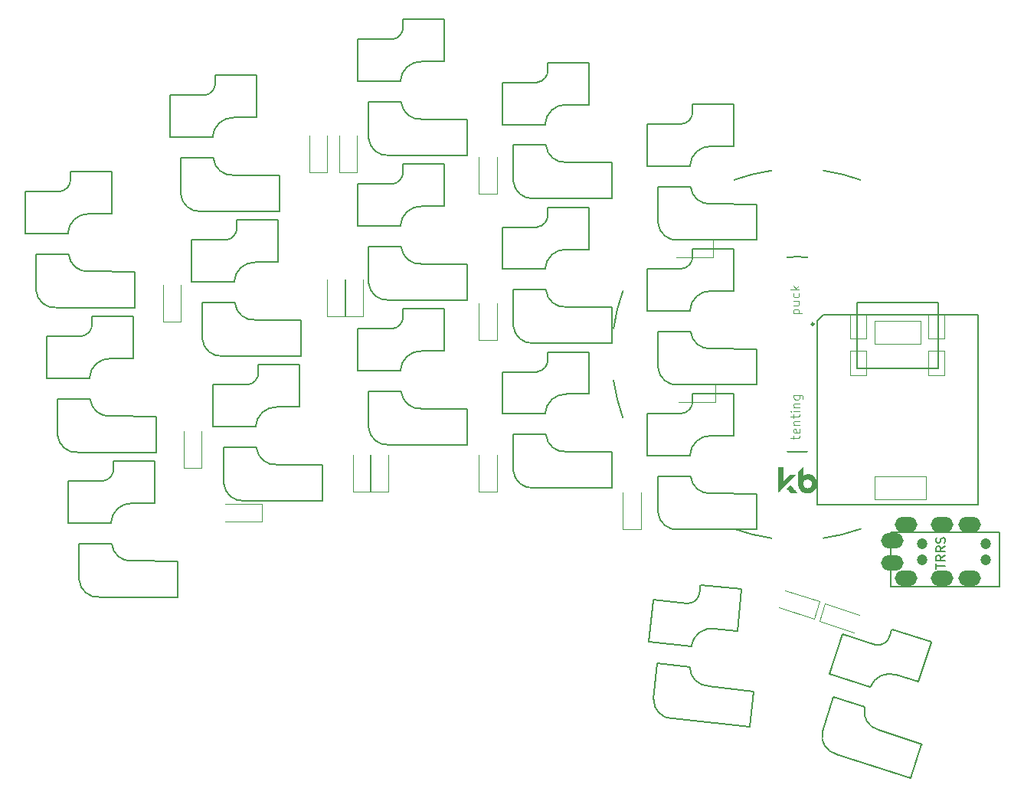
<source format=gto>
%TF.GenerationSoftware,KiCad,Pcbnew,(6.0.7)*%
%TF.CreationDate,2022-09-23T16:11:02+09:00*%
%TF.ProjectId,selen-full_narrow,73656c65-6e2d-4667-956c-6c5f6e617272,rev?*%
%TF.SameCoordinates,Original*%
%TF.FileFunction,Legend,Top*%
%TF.FilePolarity,Positive*%
%FSLAX46Y46*%
G04 Gerber Fmt 4.6, Leading zero omitted, Abs format (unit mm)*
G04 Created by KiCad (PCBNEW (6.0.7)) date 2022-09-23 16:11:02*
%MOMM*%
%LPD*%
G01*
G04 APERTURE LIST*
%ADD10C,0.100000*%
%ADD11C,0.150000*%
%ADD12C,0.120000*%
%ADD13C,0.200000*%
%ADD14C,0.010000*%
%ADD15C,0.066040*%
%ADD16C,0.127000*%
%ADD17C,0.254000*%
%ADD18C,1.200000*%
%ADD19O,2.500000X1.700000*%
G04 APERTURE END LIST*
D10*
%TO.C,REF\u002A\u002A*%
X189245214Y-108558000D02*
X189245214Y-108177047D01*
X188911880Y-108415142D02*
X189769023Y-108415142D01*
X189864261Y-108367523D01*
X189911880Y-108272285D01*
X189911880Y-108177047D01*
X189864261Y-107462761D02*
X189911880Y-107558000D01*
X189911880Y-107748476D01*
X189864261Y-107843714D01*
X189769023Y-107891333D01*
X189388071Y-107891333D01*
X189292833Y-107843714D01*
X189245214Y-107748476D01*
X189245214Y-107558000D01*
X189292833Y-107462761D01*
X189388071Y-107415142D01*
X189483309Y-107415142D01*
X189578547Y-107891333D01*
X189245214Y-106986571D02*
X189911880Y-106986571D01*
X189340452Y-106986571D02*
X189292833Y-106938952D01*
X189245214Y-106843714D01*
X189245214Y-106700857D01*
X189292833Y-106605619D01*
X189388071Y-106558000D01*
X189911880Y-106558000D01*
X189245214Y-106224666D02*
X189245214Y-105843714D01*
X188911880Y-106081809D02*
X189769023Y-106081809D01*
X189864261Y-106034190D01*
X189911880Y-105938952D01*
X189911880Y-105843714D01*
X189911880Y-105510380D02*
X189245214Y-105510380D01*
X188911880Y-105510380D02*
X188959500Y-105558000D01*
X189007119Y-105510380D01*
X188959500Y-105462761D01*
X188911880Y-105510380D01*
X189007119Y-105510380D01*
X189245214Y-105034190D02*
X189911880Y-105034190D01*
X189340452Y-105034190D02*
X189292833Y-104986571D01*
X189245214Y-104891333D01*
X189245214Y-104748476D01*
X189292833Y-104653238D01*
X189388071Y-104605619D01*
X189911880Y-104605619D01*
X189245214Y-103700857D02*
X190054738Y-103700857D01*
X190149976Y-103748476D01*
X190197595Y-103796095D01*
X190245214Y-103891333D01*
X190245214Y-104034190D01*
X190197595Y-104129428D01*
X189864261Y-103700857D02*
X189911880Y-103796095D01*
X189911880Y-103986571D01*
X189864261Y-104081809D01*
X189816642Y-104129428D01*
X189721404Y-104177047D01*
X189435690Y-104177047D01*
X189340452Y-104129428D01*
X189292833Y-104081809D01*
X189245214Y-103986571D01*
X189245214Y-103796095D01*
X189292833Y-103700857D01*
X189181714Y-94667500D02*
X190181714Y-94667500D01*
X189229333Y-94667500D02*
X189181714Y-94572261D01*
X189181714Y-94381785D01*
X189229333Y-94286547D01*
X189276952Y-94238928D01*
X189372190Y-94191309D01*
X189657904Y-94191309D01*
X189753142Y-94238928D01*
X189800761Y-94286547D01*
X189848380Y-94381785D01*
X189848380Y-94572261D01*
X189800761Y-94667500D01*
X189181714Y-93334166D02*
X189848380Y-93334166D01*
X189181714Y-93762738D02*
X189705523Y-93762738D01*
X189800761Y-93715119D01*
X189848380Y-93619880D01*
X189848380Y-93477023D01*
X189800761Y-93381785D01*
X189753142Y-93334166D01*
X189800761Y-92429404D02*
X189848380Y-92524642D01*
X189848380Y-92715119D01*
X189800761Y-92810357D01*
X189753142Y-92857976D01*
X189657904Y-92905595D01*
X189372190Y-92905595D01*
X189276952Y-92857976D01*
X189229333Y-92810357D01*
X189181714Y-92715119D01*
X189181714Y-92524642D01*
X189229333Y-92429404D01*
X189848380Y-92000833D02*
X188848380Y-92000833D01*
X189467428Y-91905595D02*
X189848380Y-91619880D01*
X189181714Y-91619880D02*
X189562666Y-92000833D01*
D11*
%TO.C,J1*%
X204986380Y-122886904D02*
X204986380Y-122315476D01*
X205986380Y-122601190D02*
X204986380Y-122601190D01*
X205986380Y-121410714D02*
X205510190Y-121744047D01*
X205986380Y-121982142D02*
X204986380Y-121982142D01*
X204986380Y-121601190D01*
X205034000Y-121505952D01*
X205081619Y-121458333D01*
X205176857Y-121410714D01*
X205319714Y-121410714D01*
X205414952Y-121458333D01*
X205462571Y-121505952D01*
X205510190Y-121601190D01*
X205510190Y-121982142D01*
X205986380Y-120410714D02*
X205510190Y-120744047D01*
X205986380Y-120982142D02*
X204986380Y-120982142D01*
X204986380Y-120601190D01*
X205034000Y-120505952D01*
X205081619Y-120458333D01*
X205176857Y-120410714D01*
X205319714Y-120410714D01*
X205414952Y-120458333D01*
X205462571Y-120505952D01*
X205510190Y-120601190D01*
X205510190Y-120982142D01*
X205938761Y-120029761D02*
X205986380Y-119886904D01*
X205986380Y-119648809D01*
X205938761Y-119553571D01*
X205891142Y-119505952D01*
X205795904Y-119458333D01*
X205700666Y-119458333D01*
X205605428Y-119505952D01*
X205557809Y-119553571D01*
X205510190Y-119648809D01*
X205462571Y-119839285D01*
X205414952Y-119934523D01*
X205367333Y-119982142D01*
X205272095Y-120029761D01*
X205176857Y-120029761D01*
X205081619Y-119982142D01*
X205034000Y-119934523D01*
X204986380Y-119839285D01*
X204986380Y-119601190D01*
X205034000Y-119458333D01*
D12*
%TO.C,D9*%
X156448000Y-97600000D02*
X156448000Y-93550000D01*
X154448000Y-97600000D02*
X154448000Y-93550000D01*
X154448000Y-97600000D02*
X156448000Y-97600000D01*
%TO.C,D4*%
X154448000Y-81422000D02*
X154448000Y-77372000D01*
X154448000Y-81422000D02*
X156448000Y-81422000D01*
X156448000Y-81422000D02*
X156448000Y-77372000D01*
%TO.C,D12*%
X140500000Y-114350000D02*
X142500000Y-114350000D01*
X140500000Y-114350000D02*
X140500000Y-110300000D01*
X142500000Y-114350000D02*
X142500000Y-110300000D01*
%TO.C,D17*%
X192680132Y-126766523D02*
X192062098Y-128668636D01*
X192680132Y-126766523D02*
X196531911Y-128018041D01*
X192062098Y-128668636D02*
X195913877Y-129920154D01*
D11*
%TO.C,SW1*%
X113853000Y-78996500D02*
X109303000Y-78996500D01*
X108078000Y-81196500D02*
X104303000Y-81196500D01*
X105478000Y-88117500D02*
X109088000Y-88117500D01*
X109298000Y-79721500D02*
X109298000Y-79021500D01*
X116378000Y-90071500D02*
X111328000Y-90025500D01*
X116378000Y-90117500D02*
X116378000Y-94025500D01*
X105478000Y-92071500D02*
X105478000Y-88126500D01*
X104303000Y-85821500D02*
X104278000Y-81221500D01*
X109003000Y-85846500D02*
X104303000Y-85846500D01*
X116378000Y-94025500D02*
X107753000Y-94025500D01*
X113853000Y-83646500D02*
X111303000Y-83646500D01*
X113878000Y-83621500D02*
X113878000Y-79021500D01*
X108078000Y-81191500D02*
G75*
G03*
X109298000Y-79771500I-100000J1320000D01*
G01*
X111378000Y-83651500D02*
G75*
G03*
X109008000Y-85821500I-100000J-2270000D01*
G01*
X105489000Y-92141500D02*
G75*
G03*
X107753000Y-94025500I2074000J190000D01*
G01*
X109093000Y-88141500D02*
G75*
G03*
X111353000Y-90021500I2070000J190000D01*
G01*
%TO.C,SW13*%
X142241000Y-107243750D02*
X142241000Y-103298750D01*
X142241000Y-103289750D02*
X145851000Y-103289750D01*
X150616000Y-94168750D02*
X146066000Y-94168750D01*
X150641000Y-98793750D02*
X150641000Y-94193750D01*
X153141000Y-105289750D02*
X153141000Y-109197750D01*
X144841000Y-96368750D02*
X141066000Y-96368750D01*
X153141000Y-105243750D02*
X148091000Y-105197750D01*
X150616000Y-98818750D02*
X148066000Y-98818750D01*
X153141000Y-109197750D02*
X144516000Y-109197750D01*
X145766000Y-101018750D02*
X141066000Y-101018750D01*
X146061000Y-94893750D02*
X146061000Y-94193750D01*
X141066000Y-100993750D02*
X141041000Y-96393750D01*
X145856000Y-103313750D02*
G75*
G03*
X148116000Y-105193750I2070000J190000D01*
G01*
X148141000Y-98823750D02*
G75*
G03*
X145771000Y-100993750I-100000J-2270000D01*
G01*
X142252000Y-107313750D02*
G75*
G03*
X144516000Y-109197750I2074000J190000D01*
G01*
X144841000Y-96363750D02*
G75*
G03*
X146061000Y-94943750I-100000J1320000D01*
G01*
D12*
%TO.C,D15*%
X170350000Y-118500000D02*
X170350000Y-114450000D01*
X170350000Y-118500000D02*
X172350000Y-118500000D01*
X172350000Y-118500000D02*
X172350000Y-114450000D01*
%TO.C,D8*%
X139600000Y-94950000D02*
X139600000Y-90900000D01*
X141600000Y-94950000D02*
X141600000Y-90900000D01*
X139600000Y-94950000D02*
X141600000Y-94950000D01*
D11*
%TO.C,SW7*%
X127679750Y-85085000D02*
X127679750Y-84385000D01*
X134759750Y-95435000D02*
X129709750Y-95389000D01*
X127384750Y-91210000D02*
X122684750Y-91210000D01*
X134759750Y-99389000D02*
X126134750Y-99389000D01*
X123859750Y-93481000D02*
X127469750Y-93481000D01*
X134759750Y-95481000D02*
X134759750Y-99389000D01*
X123859750Y-97435000D02*
X123859750Y-93490000D01*
X132234750Y-89010000D02*
X129684750Y-89010000D01*
X132234750Y-84360000D02*
X127684750Y-84360000D01*
X122684750Y-91185000D02*
X122659750Y-86585000D01*
X132259750Y-88985000D02*
X132259750Y-84385000D01*
X126459750Y-86560000D02*
X122684750Y-86560000D01*
X123870750Y-97505000D02*
G75*
G03*
X126134750Y-99389000I2074000J190000D01*
G01*
X129759750Y-89015000D02*
G75*
G03*
X127389750Y-91185000I-100000J-2270000D01*
G01*
X126459750Y-86555000D02*
G75*
G03*
X127679750Y-85135000I-100000J1320000D01*
G01*
X127474750Y-93505000D02*
G75*
G03*
X129734750Y-95385000I2070000J190000D01*
G01*
D12*
%TO.C,D11*%
X130450000Y-117700000D02*
X130450000Y-115700000D01*
X130450000Y-115700000D02*
X126400000Y-115700000D01*
X130450000Y-117700000D02*
X126400000Y-117700000D01*
D11*
%TO.C,SW6*%
X111384750Y-101846500D02*
X106684750Y-101846500D01*
X118759750Y-110025500D02*
X110134750Y-110025500D01*
X116259750Y-99621500D02*
X116259750Y-95021500D01*
X107859750Y-108071500D02*
X107859750Y-104126500D01*
X110459750Y-97196500D02*
X106684750Y-97196500D01*
X116234750Y-94996500D02*
X111684750Y-94996500D01*
X106684750Y-101821500D02*
X106659750Y-97221500D01*
X107859750Y-104117500D02*
X111469750Y-104117500D01*
X111679750Y-95721500D02*
X111679750Y-95021500D01*
X118759750Y-106071500D02*
X113709750Y-106025500D01*
X118759750Y-106117500D02*
X118759750Y-110025500D01*
X116234750Y-99646500D02*
X113684750Y-99646500D01*
X107870750Y-108141500D02*
G75*
G03*
X110134750Y-110025500I2074000J190000D01*
G01*
X110459750Y-97191500D02*
G75*
G03*
X111679750Y-95771500I-100000J1320000D01*
G01*
X111474750Y-104141500D02*
G75*
G03*
X113734750Y-106021500I2070000J190000D01*
G01*
X113759750Y-99651500D02*
G75*
G03*
X111389750Y-101821500I-100000J-2270000D01*
G01*
%TO.C,SW11*%
X118616000Y-110996250D02*
X114066000Y-110996250D01*
X118641000Y-115621250D02*
X118641000Y-111021250D01*
X114061000Y-111721250D02*
X114061000Y-111021250D01*
X109066000Y-117821250D02*
X109041000Y-113221250D01*
X110241000Y-120117250D02*
X113851000Y-120117250D01*
X121141000Y-122071250D02*
X116091000Y-122025250D01*
X112841000Y-113196250D02*
X109066000Y-113196250D01*
X121141000Y-126025250D02*
X112516000Y-126025250D01*
X118616000Y-115646250D02*
X116066000Y-115646250D01*
X113766000Y-117846250D02*
X109066000Y-117846250D01*
X121141000Y-122117250D02*
X121141000Y-126025250D01*
X110241000Y-124071250D02*
X110241000Y-120126250D01*
X110252000Y-124141250D02*
G75*
G03*
X112516000Y-126025250I2074000J190000D01*
G01*
X116141000Y-115651250D02*
G75*
G03*
X113771000Y-117821250I-100000J-2270000D01*
G01*
X112841000Y-113191250D02*
G75*
G03*
X114061000Y-111771250I-100000J1320000D01*
G01*
X113856000Y-120141250D02*
G75*
G03*
X116116000Y-122021250I2070000J190000D01*
G01*
%TO.C,SW8*%
X144841000Y-80368750D02*
X141066000Y-80368750D01*
X146061000Y-78893750D02*
X146061000Y-78193750D01*
X150616000Y-78168750D02*
X146066000Y-78168750D01*
X145766000Y-85018750D02*
X141066000Y-85018750D01*
X153141000Y-93197750D02*
X144516000Y-93197750D01*
X150616000Y-82818750D02*
X148066000Y-82818750D01*
X141066000Y-84993750D02*
X141041000Y-80393750D01*
X142241000Y-87289750D02*
X145851000Y-87289750D01*
X150641000Y-82793750D02*
X150641000Y-78193750D01*
X153141000Y-89243750D02*
X148091000Y-89197750D01*
X142241000Y-91243750D02*
X142241000Y-87298750D01*
X153141000Y-89289750D02*
X153141000Y-93197750D01*
X142252000Y-91313750D02*
G75*
G03*
X144516000Y-93197750I2074000J190000D01*
G01*
X145856000Y-87313750D02*
G75*
G03*
X148116000Y-89193750I2070000J190000D01*
G01*
X148141000Y-82823750D02*
G75*
G03*
X145771000Y-84993750I-100000J-2270000D01*
G01*
X144841000Y-80363750D02*
G75*
G03*
X146061000Y-78943750I-100000J1320000D01*
G01*
%TO.C,SW10*%
X182640000Y-92159750D02*
X182640000Y-87559750D01*
X174240000Y-96655750D02*
X177850000Y-96655750D01*
X177765000Y-94384750D02*
X173065000Y-94384750D01*
X176840000Y-89734750D02*
X173065000Y-89734750D01*
X185140000Y-102563750D02*
X176515000Y-102563750D01*
X174240000Y-100609750D02*
X174240000Y-96664750D01*
X185140000Y-98609750D02*
X180090000Y-98563750D01*
X182615000Y-87534750D02*
X178065000Y-87534750D01*
X178060000Y-88259750D02*
X178060000Y-87559750D01*
X173065000Y-94359750D02*
X173040000Y-89759750D01*
X185140000Y-98655750D02*
X185140000Y-102563750D01*
X182615000Y-92184750D02*
X180065000Y-92184750D01*
X176840000Y-89729750D02*
G75*
G03*
X178060000Y-88309750I-100000J1320000D01*
G01*
X180140000Y-92189750D02*
G75*
G03*
X177770000Y-94359750I-100000J-2270000D01*
G01*
X177855000Y-96679750D02*
G75*
G03*
X180115000Y-98559750I2070000J190000D01*
G01*
X174251000Y-100679750D02*
G75*
G03*
X176515000Y-102563750I2074000J190000D01*
G01*
%TO.C,SW15*%
X176840000Y-105735000D02*
X173065000Y-105735000D01*
X182615000Y-103535000D02*
X178065000Y-103535000D01*
X185140000Y-114610000D02*
X180090000Y-114564000D01*
X177765000Y-110385000D02*
X173065000Y-110385000D01*
X185140000Y-114656000D02*
X185140000Y-118564000D01*
X174240000Y-116610000D02*
X174240000Y-112665000D01*
X185140000Y-118564000D02*
X176515000Y-118564000D01*
X174240000Y-112656000D02*
X177850000Y-112656000D01*
X173065000Y-110360000D02*
X173040000Y-105760000D01*
X182615000Y-108185000D02*
X180065000Y-108185000D01*
X182640000Y-108160000D02*
X182640000Y-103560000D01*
X178060000Y-104260000D02*
X178060000Y-103560000D01*
X177855000Y-112680000D02*
G75*
G03*
X180115000Y-114560000I2070000J190000D01*
G01*
X176840000Y-105730000D02*
G75*
G03*
X178060000Y-104310000I-100000J1320000D01*
G01*
X180140000Y-108190000D02*
G75*
G03*
X177770000Y-110360000I-100000J-2270000D01*
G01*
X174251000Y-116680000D02*
G75*
G03*
X176515000Y-118564000I2074000J190000D01*
G01*
%TO.C,SW3*%
X150641000Y-66793750D02*
X150641000Y-62193750D01*
X153141000Y-77197750D02*
X144516000Y-77197750D01*
X142241000Y-71289750D02*
X145851000Y-71289750D01*
X141066000Y-68993750D02*
X141041000Y-64393750D01*
X153141000Y-73289750D02*
X153141000Y-77197750D01*
X150616000Y-66818750D02*
X148066000Y-66818750D01*
X145766000Y-69018750D02*
X141066000Y-69018750D01*
X144841000Y-64368750D02*
X141066000Y-64368750D01*
X142241000Y-75243750D02*
X142241000Y-71298750D01*
X153141000Y-73243750D02*
X148091000Y-73197750D01*
X150616000Y-62168750D02*
X146066000Y-62168750D01*
X146061000Y-62893750D02*
X146061000Y-62193750D01*
X142252000Y-75313750D02*
G75*
G03*
X144516000Y-77197750I2074000J190000D01*
G01*
X148141000Y-66823750D02*
G75*
G03*
X145771000Y-68993750I-100000J-2270000D01*
G01*
X145856000Y-71313750D02*
G75*
G03*
X148116000Y-73193750I2070000J190000D01*
G01*
X144841000Y-64363750D02*
G75*
G03*
X146061000Y-62943750I-100000J1320000D01*
G01*
%TO.C,SW16*%
X173766453Y-137282390D02*
X174178818Y-133359001D01*
X174179759Y-133350050D02*
X177769983Y-133727398D01*
X178856454Y-125399343D02*
X178929623Y-124703178D01*
X184402493Y-140365046D02*
X175824742Y-139463488D01*
X184815799Y-136432706D02*
X179798272Y-135859089D01*
X177922833Y-131459954D02*
X173248580Y-130968670D01*
X182976227Y-129778968D02*
X180440196Y-129512421D01*
X173251193Y-130943807D02*
X173707161Y-126366393D01*
X177488957Y-126738738D02*
X173734637Y-126344143D01*
X184810991Y-136478454D02*
X184402493Y-140365046D01*
X183462284Y-125154442D02*
X178937209Y-124678837D01*
X183003703Y-129756719D02*
X183484534Y-125181918D01*
X173770076Y-137353156D02*
G75*
G03*
X175824742Y-139463488I2082499J-27833D01*
G01*
X177772448Y-133751789D02*
G75*
G03*
X179823553Y-135857724I2078520J-27415D01*
G01*
X180514262Y-129525234D02*
G75*
G03*
X177930419Y-131435613I-336732J-2247111D01*
G01*
X177489480Y-126733766D02*
G75*
G03*
X178851227Y-125449069I38525J1323222D01*
G01*
D12*
%TO.C,D3*%
X141000000Y-79050000D02*
X141000000Y-75000000D01*
X139000000Y-79050000D02*
X141000000Y-79050000D01*
X139000000Y-79050000D02*
X139000000Y-75000000D01*
%TO.C,D5*%
X180350000Y-88500000D02*
X176300000Y-88500000D01*
X180350000Y-86500000D02*
X176300000Y-86500000D01*
X180350000Y-88500000D02*
X180350000Y-86500000D01*
%TO.C,D1*%
X119500000Y-95550000D02*
X121500000Y-95550000D01*
X121500000Y-95550000D02*
X121500000Y-91500000D01*
X119500000Y-95550000D02*
X119500000Y-91500000D01*
D11*
%TO.C,SW2*%
X121478500Y-77481000D02*
X125088500Y-77481000D01*
X121478500Y-81435000D02*
X121478500Y-77490000D01*
X132378500Y-79435000D02*
X127328500Y-79389000D01*
X129878500Y-72985000D02*
X129878500Y-68385000D01*
X129853500Y-68360000D02*
X125303500Y-68360000D01*
X125003500Y-75210000D02*
X120303500Y-75210000D01*
X132378500Y-83389000D02*
X123753500Y-83389000D01*
X125298500Y-69085000D02*
X125298500Y-68385000D01*
X132378500Y-79481000D02*
X132378500Y-83389000D01*
X124078500Y-70560000D02*
X120303500Y-70560000D01*
X129853500Y-73010000D02*
X127303500Y-73010000D01*
X120303500Y-75185000D02*
X120278500Y-70585000D01*
X124078500Y-70555000D02*
G75*
G03*
X125298500Y-69135000I-100000J1320000D01*
G01*
X127378500Y-73015000D02*
G75*
G03*
X125008500Y-75185000I-100000J-2270000D01*
G01*
X121489500Y-81505000D02*
G75*
G03*
X123753500Y-83389000I2074000J190000D01*
G01*
X125093500Y-77505000D02*
G75*
G03*
X127353500Y-79385000I2070000J190000D01*
G01*
D13*
%TO.C,REF\u002A\u002A*%
X189650000Y-88405000D02*
G75*
G03*
X188521615Y-88464136I-6J-10794921D01*
G01*
X192507500Y-119520000D02*
G75*
G03*
X196658047Y-118486134I-2857500J20320000D01*
G01*
X188521615Y-109935864D02*
G75*
G03*
X189650000Y-109995000I1128379J10735785D01*
G01*
X190778385Y-88464137D02*
G75*
G03*
X189650000Y-88405000I-1128385J-10735763D01*
G01*
X186792500Y-78880000D02*
G75*
G03*
X182641952Y-79913866I2857496J-20319983D01*
G01*
X170363866Y-92191952D02*
G75*
G03*
X169330000Y-96342500I19286117J-7008044D01*
G01*
X196658047Y-79913866D02*
G75*
G03*
X192507500Y-78880000I-7008047J-19286134D01*
G01*
X169330000Y-102057500D02*
G75*
G03*
X170363866Y-106208047I20319953J2857490D01*
G01*
X189650000Y-109995001D02*
G75*
G03*
X190778385Y-109935864I0J10794901D01*
G01*
X182641954Y-118486135D02*
G75*
G03*
X186792500Y-119520000I7008046J19286135D01*
G01*
G36*
X188023245Y-113281867D02*
G01*
X188826191Y-112479167D01*
X189114559Y-112482261D01*
X189402927Y-112485354D01*
X188555703Y-113345491D01*
X188437778Y-113465214D01*
X188322979Y-113581763D01*
X188212525Y-113693903D01*
X188107633Y-113800396D01*
X188009521Y-113900007D01*
X187919406Y-113991500D01*
X187838507Y-114073637D01*
X187768040Y-114145182D01*
X187709224Y-114204900D01*
X187663277Y-114251554D01*
X187631416Y-114283907D01*
X187617635Y-114297903D01*
X187526791Y-114390179D01*
X187526791Y-111648309D01*
X188023245Y-111648309D01*
X188023245Y-113281867D01*
G37*
D14*
X188023245Y-113281867D02*
X188826191Y-112479167D01*
X189114559Y-112482261D01*
X189402927Y-112485354D01*
X188555703Y-113345491D01*
X188437778Y-113465214D01*
X188322979Y-113581763D01*
X188212525Y-113693903D01*
X188107633Y-113800396D01*
X188009521Y-113900007D01*
X187919406Y-113991500D01*
X187838507Y-114073637D01*
X187768040Y-114145182D01*
X187709224Y-114204900D01*
X187663277Y-114251554D01*
X187631416Y-114283907D01*
X187617635Y-114297903D01*
X187526791Y-114390179D01*
X187526791Y-111648309D01*
X188023245Y-111648309D01*
X188023245Y-113281867D01*
G36*
X189723889Y-113384589D02*
G01*
X189722486Y-113277960D01*
X189721442Y-113155304D01*
X189720778Y-113018032D01*
X189720517Y-112867558D01*
X189720514Y-112855822D01*
X189720427Y-112164108D01*
X190228131Y-111654082D01*
X190228279Y-112147650D01*
X190228471Y-112251890D01*
X190228960Y-112348635D01*
X190229710Y-112435521D01*
X190230686Y-112510183D01*
X190231855Y-112570258D01*
X190233182Y-112613381D01*
X190234631Y-112637188D01*
X190235539Y-112641218D01*
X190247970Y-112634904D01*
X190272816Y-112618561D01*
X190296950Y-112601359D01*
X190411647Y-112530637D01*
X190533863Y-112481533D01*
X190664246Y-112453857D01*
X190803447Y-112447419D01*
X190821259Y-112448087D01*
X190910894Y-112454639D01*
X190987377Y-112466576D01*
X191059029Y-112486068D01*
X191134167Y-112515285D01*
X191204018Y-112547924D01*
X191331951Y-112623217D01*
X191444871Y-112715197D01*
X191541765Y-112822186D01*
X191621623Y-112942511D01*
X191683433Y-113074496D01*
X191726185Y-113216465D01*
X191748866Y-113366744D01*
X191752427Y-113456414D01*
X191742136Y-113608892D01*
X191710780Y-113753456D01*
X191657635Y-113892692D01*
X191600380Y-113999611D01*
X191514668Y-114119904D01*
X191413055Y-114224753D01*
X191297722Y-114313075D01*
X191170847Y-114383789D01*
X191034611Y-114435812D01*
X190891192Y-114468065D01*
X190742771Y-114479464D01*
X190642525Y-114474981D01*
X190497917Y-114450100D01*
X190357349Y-114403825D01*
X190224176Y-114337846D01*
X190101756Y-114253849D01*
X189993444Y-114153523D01*
X189985050Y-114144357D01*
X189903919Y-114040237D01*
X189834227Y-113922055D01*
X189779061Y-113796192D01*
X189741508Y-113669032D01*
X189732639Y-113622582D01*
X189730026Y-113594187D01*
X189727681Y-113544115D01*
X189726212Y-113493781D01*
X190222550Y-113493781D01*
X190233122Y-113591330D01*
X190263554Y-113685349D01*
X190292208Y-113739494D01*
X190359142Y-113827777D01*
X190438623Y-113898654D01*
X190528055Y-113951147D01*
X190624841Y-113984279D01*
X190726382Y-113997073D01*
X190830083Y-113988552D01*
X190902910Y-113969264D01*
X190945907Y-113953178D01*
X190986812Y-113935818D01*
X191002979Y-113928042D01*
X191048265Y-113897038D01*
X191097588Y-113850844D01*
X191145645Y-113795388D01*
X191187130Y-113736594D01*
X191208618Y-113698267D01*
X191228799Y-113654021D01*
X191241444Y-113615413D01*
X191248801Y-113573121D01*
X191253119Y-113517818D01*
X191253401Y-113512528D01*
X191250033Y-113405283D01*
X191227177Y-113307391D01*
X191183525Y-113213968D01*
X191165755Y-113185439D01*
X191101213Y-113107535D01*
X191022396Y-113045365D01*
X190932760Y-112999869D01*
X190835761Y-112971991D01*
X190734857Y-112962671D01*
X190633505Y-112972853D01*
X190535159Y-113003478D01*
X190521156Y-113009764D01*
X190433204Y-113062713D01*
X190359214Y-113130927D01*
X190300171Y-113211273D01*
X190257058Y-113300620D01*
X190230856Y-113395833D01*
X190222550Y-113493781D01*
X189726212Y-113493781D01*
X189725628Y-113473778D01*
X189723889Y-113384589D01*
G37*
X189723889Y-113384589D02*
X189722486Y-113277960D01*
X189721442Y-113155304D01*
X189720778Y-113018032D01*
X189720517Y-112867558D01*
X189720514Y-112855822D01*
X189720427Y-112164108D01*
X190228131Y-111654082D01*
X190228279Y-112147650D01*
X190228471Y-112251890D01*
X190228960Y-112348635D01*
X190229710Y-112435521D01*
X190230686Y-112510183D01*
X190231855Y-112570258D01*
X190233182Y-112613381D01*
X190234631Y-112637188D01*
X190235539Y-112641218D01*
X190247970Y-112634904D01*
X190272816Y-112618561D01*
X190296950Y-112601359D01*
X190411647Y-112530637D01*
X190533863Y-112481533D01*
X190664246Y-112453857D01*
X190803447Y-112447419D01*
X190821259Y-112448087D01*
X190910894Y-112454639D01*
X190987377Y-112466576D01*
X191059029Y-112486068D01*
X191134167Y-112515285D01*
X191204018Y-112547924D01*
X191331951Y-112623217D01*
X191444871Y-112715197D01*
X191541765Y-112822186D01*
X191621623Y-112942511D01*
X191683433Y-113074496D01*
X191726185Y-113216465D01*
X191748866Y-113366744D01*
X191752427Y-113456414D01*
X191742136Y-113608892D01*
X191710780Y-113753456D01*
X191657635Y-113892692D01*
X191600380Y-113999611D01*
X191514668Y-114119904D01*
X191413055Y-114224753D01*
X191297722Y-114313075D01*
X191170847Y-114383789D01*
X191034611Y-114435812D01*
X190891192Y-114468065D01*
X190742771Y-114479464D01*
X190642525Y-114474981D01*
X190497917Y-114450100D01*
X190357349Y-114403825D01*
X190224176Y-114337846D01*
X190101756Y-114253849D01*
X189993444Y-114153523D01*
X189985050Y-114144357D01*
X189903919Y-114040237D01*
X189834227Y-113922055D01*
X189779061Y-113796192D01*
X189741508Y-113669032D01*
X189732639Y-113622582D01*
X189730026Y-113594187D01*
X189727681Y-113544115D01*
X189726212Y-113493781D01*
X190222550Y-113493781D01*
X190233122Y-113591330D01*
X190263554Y-113685349D01*
X190292208Y-113739494D01*
X190359142Y-113827777D01*
X190438623Y-113898654D01*
X190528055Y-113951147D01*
X190624841Y-113984279D01*
X190726382Y-113997073D01*
X190830083Y-113988552D01*
X190902910Y-113969264D01*
X190945907Y-113953178D01*
X190986812Y-113935818D01*
X191002979Y-113928042D01*
X191048265Y-113897038D01*
X191097588Y-113850844D01*
X191145645Y-113795388D01*
X191187130Y-113736594D01*
X191208618Y-113698267D01*
X191228799Y-113654021D01*
X191241444Y-113615413D01*
X191248801Y-113573121D01*
X191253119Y-113517818D01*
X191253401Y-113512528D01*
X191250033Y-113405283D01*
X191227177Y-113307391D01*
X191183525Y-113213968D01*
X191165755Y-113185439D01*
X191101213Y-113107535D01*
X191022396Y-113045365D01*
X190932760Y-112999869D01*
X190835761Y-112971991D01*
X190734857Y-112962671D01*
X190633505Y-112972853D01*
X190535159Y-113003478D01*
X190521156Y-113009764D01*
X190433204Y-113062713D01*
X190359214Y-113130927D01*
X190300171Y-113211273D01*
X190257058Y-113300620D01*
X190230856Y-113395833D01*
X190222550Y-113493781D01*
X189726212Y-113493781D01*
X189725628Y-113473778D01*
X189723889Y-113384589D01*
G36*
X188830025Y-113688398D02*
G01*
X188852728Y-113711261D01*
X188887207Y-113746792D01*
X188931476Y-113792884D01*
X188983543Y-113847430D01*
X189041422Y-113908324D01*
X189103121Y-113973459D01*
X189166654Y-114040729D01*
X189230029Y-114108027D01*
X189291259Y-114173246D01*
X189348355Y-114234281D01*
X189399327Y-114289024D01*
X189442187Y-114335369D01*
X189474945Y-114371209D01*
X189495613Y-114394438D01*
X189497906Y-114397129D01*
X189526207Y-114430764D01*
X188906193Y-114430764D01*
X188732843Y-114254695D01*
X188679101Y-114199952D01*
X188628818Y-114148439D01*
X188585002Y-114103259D01*
X188550656Y-114067513D01*
X188528788Y-114044304D01*
X188525611Y-114040812D01*
X188491729Y-114002997D01*
X188652764Y-113841653D01*
X188702477Y-113792198D01*
X188746701Y-113748873D01*
X188782848Y-113714160D01*
X188808330Y-113690540D01*
X188820559Y-113680492D01*
X188821090Y-113680309D01*
X188830025Y-113688398D01*
G37*
X188830025Y-113688398D02*
X188852728Y-113711261D01*
X188887207Y-113746792D01*
X188931476Y-113792884D01*
X188983543Y-113847430D01*
X189041422Y-113908324D01*
X189103121Y-113973459D01*
X189166654Y-114040729D01*
X189230029Y-114108027D01*
X189291259Y-114173246D01*
X189348355Y-114234281D01*
X189399327Y-114289024D01*
X189442187Y-114335369D01*
X189474945Y-114371209D01*
X189495613Y-114394438D01*
X189497906Y-114397129D01*
X189526207Y-114430764D01*
X188906193Y-114430764D01*
X188732843Y-114254695D01*
X188679101Y-114199952D01*
X188628818Y-114148439D01*
X188585002Y-114103259D01*
X188550656Y-114067513D01*
X188528788Y-114044304D01*
X188525611Y-114040812D01*
X188491729Y-114002997D01*
X188652764Y-113841653D01*
X188702477Y-113792198D01*
X188746701Y-113748873D01*
X188782848Y-113714160D01*
X188808330Y-113690540D01*
X188820559Y-113680492D01*
X188821090Y-113680309D01*
X188830025Y-113688398D01*
D11*
%TO.C,SW9*%
X166640500Y-87556250D02*
X166640500Y-82956250D01*
X162060500Y-83656250D02*
X162060500Y-82956250D01*
X160840500Y-85131250D02*
X157065500Y-85131250D01*
X161765500Y-89781250D02*
X157065500Y-89781250D01*
X169140500Y-94052250D02*
X169140500Y-97960250D01*
X166615500Y-87581250D02*
X164065500Y-87581250D01*
X169140500Y-97960250D02*
X160515500Y-97960250D01*
X169140500Y-94006250D02*
X164090500Y-93960250D01*
X157065500Y-89756250D02*
X157040500Y-85156250D01*
X166615500Y-82931250D02*
X162065500Y-82931250D01*
X158240500Y-96006250D02*
X158240500Y-92061250D01*
X158240500Y-92052250D02*
X161850500Y-92052250D01*
X164140500Y-87586250D02*
G75*
G03*
X161770500Y-89756250I-100000J-2270000D01*
G01*
X161855500Y-92076250D02*
G75*
G03*
X164115500Y-93956250I2070000J190000D01*
G01*
X158251500Y-96076250D02*
G75*
G03*
X160515500Y-97960250I2074000J190000D01*
G01*
X160840500Y-85126250D02*
G75*
G03*
X162060500Y-83706250I-100000J1320000D01*
G01*
%TO.C,SW5*%
X177765000Y-78384750D02*
X173065000Y-78384750D01*
X178060000Y-72259750D02*
X178060000Y-71559750D01*
X185140000Y-86563750D02*
X176515000Y-86563750D01*
X174240000Y-84609750D02*
X174240000Y-80664750D01*
X185140000Y-82609750D02*
X180090000Y-82563750D01*
X182615000Y-76184750D02*
X180065000Y-76184750D01*
X173065000Y-78359750D02*
X173040000Y-73759750D01*
X182615000Y-71534750D02*
X178065000Y-71534750D01*
X176840000Y-73734750D02*
X173065000Y-73734750D01*
X174240000Y-80655750D02*
X177850000Y-80655750D01*
X185140000Y-82655750D02*
X185140000Y-86563750D01*
X182640000Y-76159750D02*
X182640000Y-71559750D01*
X177855000Y-80679750D02*
G75*
G03*
X180115000Y-82559750I2070000J190000D01*
G01*
X174251000Y-84679750D02*
G75*
G03*
X176515000Y-86563750I2074000J190000D01*
G01*
X180140000Y-76189750D02*
G75*
G03*
X177770000Y-78359750I-100000J-2270000D01*
G01*
X176840000Y-73729750D02*
G75*
G03*
X178060000Y-72309750I-100000J1320000D01*
G01*
D12*
%TO.C,D16*%
X191493966Y-128427246D02*
X187642187Y-127175728D01*
X191493966Y-128427246D02*
X192112000Y-126525133D01*
X192112000Y-126525133D02*
X188260221Y-125273615D01*
%TO.C,D13*%
X142400000Y-114350000D02*
X142400000Y-110300000D01*
X142400000Y-114350000D02*
X144400000Y-114350000D01*
X144400000Y-114350000D02*
X144400000Y-110300000D01*
%TO.C,D10*%
X180600000Y-104500000D02*
X180600000Y-102500000D01*
X180600000Y-104500000D02*
X176550000Y-104500000D01*
X180600000Y-102500000D02*
X176550000Y-102500000D01*
D11*
%TO.C,SW17*%
X203024794Y-135399436D02*
X204446272Y-131024576D01*
X203409276Y-142306293D02*
X198620655Y-140702008D01*
X193646579Y-137079643D02*
X197079893Y-138195194D01*
X198258033Y-131300825D02*
X194667794Y-130134286D01*
X193238591Y-134532922D02*
X194636292Y-130150337D01*
X203395061Y-142350041D02*
X202187423Y-146066770D01*
X199874122Y-130275017D02*
X200090433Y-129609278D01*
X204430221Y-130993074D02*
X200102914Y-129587046D01*
X192424726Y-140840120D02*
X193643798Y-137088202D01*
X202993292Y-135415487D02*
X200568098Y-134627493D01*
X202187423Y-146066770D02*
X193984560Y-143401499D01*
X197700831Y-136009079D02*
X193230865Y-134556699D01*
X192413556Y-140910094D02*
G75*
G03*
X193984560Y-143401499I2031205J-460200D01*
G01*
X198259578Y-131296070D02*
G75*
G03*
X199858671Y-130322570I312796J1286297D01*
G01*
X200637882Y-134655425D02*
G75*
G03*
X197713312Y-135986847I-796574J-2127996D01*
G01*
X197077232Y-138219565D02*
G75*
G03*
X198645668Y-140705929I2027400J-458964D01*
G01*
%TO.C,SW12*%
X134616000Y-100360000D02*
X130066000Y-100360000D01*
X134641000Y-104985000D02*
X134641000Y-100385000D01*
X129766000Y-107210000D02*
X125066000Y-107210000D01*
X126241000Y-109481000D02*
X129851000Y-109481000D01*
X125066000Y-107185000D02*
X125041000Y-102585000D01*
X137141000Y-111435000D02*
X132091000Y-111389000D01*
X128841000Y-102560000D02*
X125066000Y-102560000D01*
X137141000Y-111481000D02*
X137141000Y-115389000D01*
X126241000Y-113435000D02*
X126241000Y-109490000D01*
X130061000Y-101085000D02*
X130061000Y-100385000D01*
X137141000Y-115389000D02*
X128516000Y-115389000D01*
X134616000Y-105010000D02*
X132066000Y-105010000D01*
X128841000Y-102555000D02*
G75*
G03*
X130061000Y-101135000I-100000J1320000D01*
G01*
X132141000Y-105015000D02*
G75*
G03*
X129771000Y-107185000I-100000J-2270000D01*
G01*
X129856000Y-109505000D02*
G75*
G03*
X132116000Y-111385000I2070000J190000D01*
G01*
X126252000Y-113505000D02*
G75*
G03*
X128516000Y-115389000I2074000J190000D01*
G01*
D12*
%TO.C,D14*%
X156448000Y-114350000D02*
X156448000Y-110300000D01*
X154448000Y-114350000D02*
X156448000Y-114350000D01*
X154448000Y-114350000D02*
X154448000Y-110300000D01*
D11*
%TO.C,J1*%
X199984000Y-118875000D02*
X211984000Y-118875000D01*
X199984000Y-124875000D02*
X199984000Y-118875000D01*
X211984000Y-118875000D02*
X211984000Y-124875000D01*
X211984000Y-124875000D02*
X199984000Y-124875000D01*
D12*
%TO.C,D2*%
X137700000Y-79050000D02*
X137700000Y-75000000D01*
X135700000Y-79050000D02*
X135700000Y-75000000D01*
X135700000Y-79050000D02*
X137700000Y-79050000D01*
D11*
%TO.C,SW14*%
X158240500Y-112006250D02*
X158240500Y-108061250D01*
X166615500Y-98931250D02*
X162065500Y-98931250D01*
X160840500Y-101131250D02*
X157065500Y-101131250D01*
X166640500Y-103556250D02*
X166640500Y-98956250D01*
X166615500Y-103581250D02*
X164065500Y-103581250D01*
X158240500Y-108052250D02*
X161850500Y-108052250D01*
X169140500Y-113960250D02*
X160515500Y-113960250D01*
X162060500Y-99656250D02*
X162060500Y-98956250D01*
X157065500Y-105756250D02*
X157040500Y-101156250D01*
X169140500Y-110006250D02*
X164090500Y-109960250D01*
X161765500Y-105781250D02*
X157065500Y-105781250D01*
X169140500Y-110052250D02*
X169140500Y-113960250D01*
X161855500Y-108076250D02*
G75*
G03*
X164115500Y-109956250I2070000J190000D01*
G01*
X164140500Y-103586250D02*
G75*
G03*
X161770500Y-105756250I-100000J-2270000D01*
G01*
X160840500Y-101126250D02*
G75*
G03*
X162060500Y-99706250I-100000J1320000D01*
G01*
X158251500Y-112076250D02*
G75*
G03*
X160515500Y-113960250I2074000J190000D01*
G01*
D12*
%TO.C,D7*%
X137700000Y-94950000D02*
X137700000Y-90900000D01*
X139700000Y-94950000D02*
X139700000Y-90900000D01*
X137700000Y-94950000D02*
X139700000Y-94950000D01*
D11*
%TO.C,SW4*%
X161765500Y-73781250D02*
X157065500Y-73781250D01*
X169140500Y-78006250D02*
X164090500Y-77960250D01*
X162060500Y-67656250D02*
X162060500Y-66956250D01*
X169140500Y-81960250D02*
X160515500Y-81960250D01*
X158240500Y-76052250D02*
X161850500Y-76052250D01*
X158240500Y-80006250D02*
X158240500Y-76061250D01*
X157065500Y-73756250D02*
X157040500Y-69156250D01*
X166615500Y-66931250D02*
X162065500Y-66931250D01*
X169140500Y-78052250D02*
X169140500Y-81960250D01*
X160840500Y-69131250D02*
X157065500Y-69131250D01*
X166640500Y-71556250D02*
X166640500Y-66956250D01*
X166615500Y-71581250D02*
X164065500Y-71581250D01*
X160840500Y-69126250D02*
G75*
G03*
X162060500Y-67706250I-100000J1320000D01*
G01*
X158251500Y-80076250D02*
G75*
G03*
X160515500Y-81960250I2074000J190000D01*
G01*
X164140500Y-71586250D02*
G75*
G03*
X161770500Y-73756250I-100000J-2270000D01*
G01*
X161855500Y-76076250D02*
G75*
G03*
X164115500Y-77956250I2070000J190000D01*
G01*
D15*
%TO.C,U1*%
X204157184Y-97434116D02*
X204157184Y-94767116D01*
X204157184Y-101500656D02*
X205935184Y-101500656D01*
D16*
X205231604Y-100779296D02*
X196232384Y-100779296D01*
X191838184Y-115849116D02*
X209635964Y-115849116D01*
D15*
X198188184Y-95529116D02*
X203268184Y-95529116D01*
D16*
X196232384Y-100779296D02*
X196232384Y-93425996D01*
D15*
X203903184Y-115214116D02*
X203903184Y-112674116D01*
X204157184Y-98831116D02*
X205935184Y-98831116D01*
X203268184Y-98069116D02*
X203268184Y-95529116D01*
X198188184Y-112674116D02*
X203903184Y-112674116D01*
X195521184Y-97434116D02*
X197299184Y-97434116D01*
X205935184Y-97434116D02*
X205935184Y-94767116D01*
D16*
X205231604Y-93425996D02*
X205231604Y-100779296D01*
D15*
X198188184Y-98069116D02*
X203268184Y-98069116D01*
X195521184Y-101500656D02*
X197299184Y-101500656D01*
X198188184Y-98069116D02*
X198188184Y-95529116D01*
X204157184Y-94767116D02*
X205935184Y-94767116D01*
X197299184Y-97434116D02*
X197299184Y-94767116D01*
D16*
X191838184Y-95521496D02*
X191838184Y-115849116D01*
D15*
X195521184Y-101500656D02*
X195521184Y-98831116D01*
D16*
X196237464Y-93425996D02*
X205231604Y-93425996D01*
D15*
X197299184Y-101500656D02*
X197299184Y-98831116D01*
X198188184Y-115214116D02*
X203903184Y-115214116D01*
X204157184Y-97434116D02*
X205935184Y-97434116D01*
X195521184Y-94767116D02*
X197299184Y-94767116D01*
X198188184Y-115214116D02*
X198188184Y-112674116D01*
X195521184Y-98831116D02*
X197299184Y-98831116D01*
X205935184Y-101500656D02*
X205935184Y-98831116D01*
D16*
X192508744Y-94850936D02*
X191838184Y-95521496D01*
X209635964Y-115849116D02*
X209635964Y-94850936D01*
D15*
X204157184Y-101500656D02*
X204157184Y-98831116D01*
D16*
X209635964Y-94850936D02*
X192508744Y-94850936D01*
D15*
X195521184Y-97434116D02*
X195521184Y-94767116D01*
D17*
X191465184Y-95849116D02*
G75*
G03*
X191465184Y-95849116I-127000J0D01*
G01*
D12*
%TO.C,D6*%
X121800000Y-111750000D02*
X123800000Y-111750000D01*
X121800000Y-111750000D02*
X121800000Y-107700000D01*
X123800000Y-111750000D02*
X123800000Y-107700000D01*
%TD*%
D18*
%TO.C,J1*%
X203484000Y-120125000D03*
X210484000Y-120125000D03*
X210484000Y-121875000D03*
X203484000Y-121875000D03*
D19*
X200184000Y-122225000D03*
X200184000Y-119775000D03*
X208684000Y-118025000D03*
X208684000Y-123975000D03*
X205684000Y-123975000D03*
X205684000Y-118025000D03*
X201684000Y-118025000D03*
X201684000Y-123975000D03*
%TD*%
M02*

</source>
